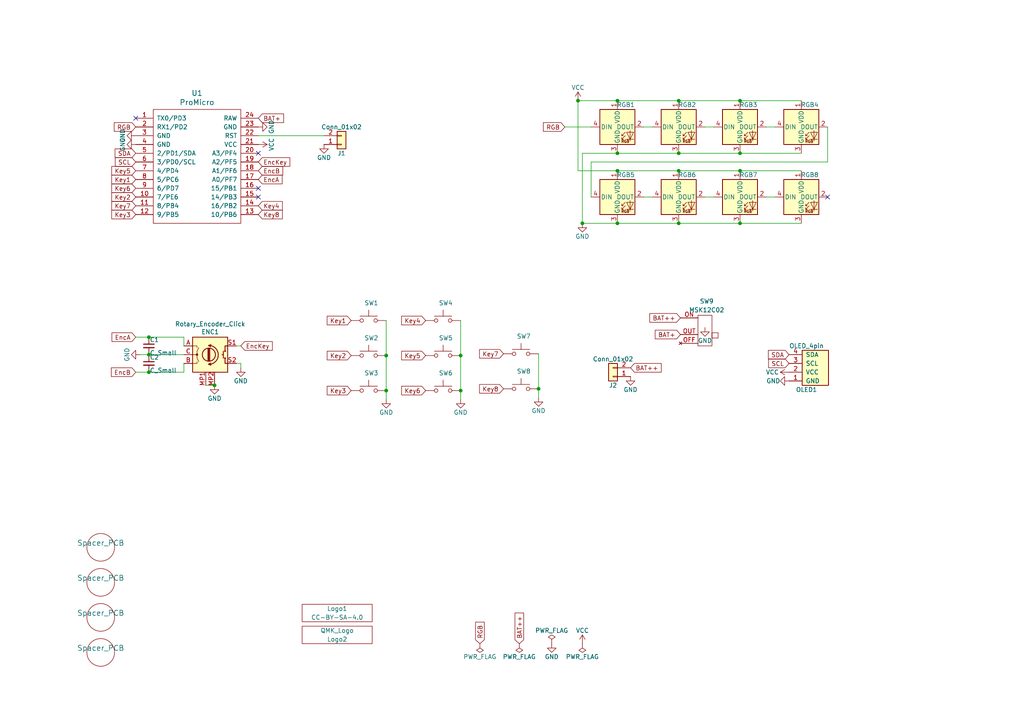
<source format=kicad_sch>
(kicad_sch (version 20211123) (generator eeschema)
  (paper "A4")
  (title_block (title "Little Big Scroll 8 - PCB") (date "2023-04-05") (rev "v1.0.0") (company "Tweety's Wild Thinking") (comment 1 "Markus Knutsson <markus.knutsson@tweety.se>") (comment 2 "https://github.com/TweetyDaBird") (comment 3 "Licensed under Creative Commons BY-SA 4.0 International"))
  (lib_symbols
    (symbol "Connector_Generic:Conn_01x02" (pin_names (offset 1.016) hide)
      (property "Reference" "J" (at 0 2.54 0))
      (property "Value" "Conn_01x02" (at 0 -5.08 0))
      (symbol "Conn_01x02_1_1"
        (rectangle (start -1.27 -2.413) (end 0 -2.667) (stroke (width 0.1524)))
        (rectangle (start -1.27 0.127) (end 0 -0.127) (stroke (width 0.1524)))
        (rectangle (start -1.27 1.27) (end 1.27 -3.81) (stroke (width 0.254)) (fill (type background)))
        (pin passive line (at -5.08 0 0) (length 3.81) (name "Pin_1") (number "1"))
        (pin passive line (at -5.08 -2.54 0) (length 3.81) (name "Pin_2") (number "2"))
      )
    )
    (symbol "Device:C_Small" (pin_numbers hide) (pin_names (offset 0.254) hide)
      (property "Reference" "C" (at 0.254 1.778 0))
      (property "Value" "C_Small" (at 0.254 -2.032 0))
      (symbol "C_Small_0_1"
        (polyline (pts (xy -1.524 -0.508) (xy 1.524 -0.508)) (stroke (width 0.3302)))
        (polyline (pts (xy -1.524 0.508) (xy 1.524 0.508)) (stroke (width 0.3048)))
      )
      (symbol "C_Small_1_1"
        (pin passive line (at 0 2.54 270) (length 2.032) (name "~") (number "1"))
        (pin passive line (at 0 -2.54 90) (length 2.032) (name "~") (number "2"))
      )
    )
    (symbol "Keyboard Common:MSK12C02" (pin_names (offset 0) hide)
      (property "Reference" "SW" (at 0 7.62 0))
      (property "Value" "MSK12C02" (at 0 5.08 0))
      (symbol "MSK12C02_0_1"
        (rectangle (start -3.302 -1.524) (end -1.524 -3.048))
        (rectangle (start -1.524 3.556) (end 2.54 -5.334))
      )
      (symbol "MSK12C02_1_1"
        (pin power_in line (at 0.508 0 90) (length 2.54) hide (name "GND") (number "MP"))
        (pin no_connect line (at 7.62 -4.572 180) (length 5.08) (name "OFF") (number "OFF"))
        (pin power_in line (at 7.62 2.794 180) (length 5.08) (name "ON") (number "ON"))
        (pin power_out line (at 7.62 -2.032 180) (length 5.08) (name "OUT") (number "OUT"))
      )
    )
    (symbol "Keyboard Common:OLED_4pin" (pin_names (offset 1.016))
      (property "Reference" "OLED" (at 0 5.08 0))
      (property "Value" "OLED_4pin" (at 0 -7.62 0))
      (symbol "OLED_4pin_1_1"
        (rectangle (start -1.27 3.81) (end 6.35 -6.35) (stroke (width 0.254)) (fill (type background)))
        (pin passive line (at -5.08 2.54 0) (length 3.81) (name "GND") (number "1"))
        (pin passive line (at -5.08 0 0) (length 3.81) (name "VCC") (number "2"))
        (pin passive line (at -5.08 -2.54 0) (length 3.81) (name "SCL") (number "3"))
        (pin passive line (at -5.08 -5.08 0) (length 3.81) (name "SDA") (number "4"))
      )
    )
    (symbol "Keyboard Common:SK6812MINI-E" (pin_names (offset 0.254))
      (property "Reference" "RGB" (at 5.08 5.715 0))
      (symbol "SK6812MINI-E_0_0"
        (text "RGB" (at 2.286 -4.191 0) (effects (font (size 0.762 0.762))))
      )
      (symbol "SK6812MINI-E_0_1"
        (polyline (pts (xy 1.27 -3.556) (xy 1.778 -3.556)))
        (polyline (pts (xy 1.27 -2.54) (xy 1.778 -2.54)))
        (polyline (pts (xy 4.699 -3.556) (xy 2.667 -3.556)))
        (polyline (pts (xy 2.286 -2.54) (xy 1.27 -3.556) (xy 1.27 -3.048)))
        (polyline (pts (xy 2.286 -1.524) (xy 1.27 -2.54) (xy 1.27 -2.032)))
        (polyline (pts (xy 3.683 -1.016) (xy 3.683 -3.556) (xy 3.683 -4.064)))
        (polyline (pts (xy 4.699 -1.524) (xy 2.667 -1.524) (xy 3.683 -3.556) (xy 4.699 -1.524)))
        (rectangle (start 5.08 5.08) (end -5.08 -5.08) (stroke (width 0.254)) (fill (type background)))
      )
      (symbol "SK6812MINI-E_1_1"
        (pin power_in line (at 0 7.62 270) (length 2.54) (name "VDD") (number "1"))
        (pin output line (at 7.62 0 180) (length 2.54) (name "DOUT") (number "2"))
        (pin power_in line (at 0 -7.62 90) (length 2.54) (name "GND") (number "3"))
        (pin input line (at -7.62 0 0) (length 2.54) (name "DIN") (number "4"))
      )
    )
    (symbol "Keyboard Controllers:ProMicro" (pin_names (offset 1.016))
      (property "Reference" "U1" (at 0 21.2598 0))
      (property "Value" "ProMicro" (at 0 18.5674 0))
      (symbol "ProMicro_0_1"
        (rectangle (start -12.7 -16.51) (end 12.7 16.51))
      )
      (symbol "ProMicro_1_1"
        (pin input line (at -17.78 13.97 0) (length 5.08) (name "TX0/PD3") (number "1"))
        (pin input line (at -17.78 -8.89 0) (length 5.08) (name "7/PE6") (number "10"))
        (pin input line (at -17.78 -11.43 0) (length 5.08) (name "8/PB4") (number "11"))
        (pin input line (at -17.78 -13.97 0) (length 5.08) (name "9/PB5") (number "12"))
        (pin input line (at 17.78 -13.97 180) (length 5.08) (name "10/PB6") (number "13"))
        (pin input line (at 17.78 -11.43 180) (length 5.08) (name "16/PB2") (number "14"))
        (pin input line (at 17.78 -8.89 180) (length 5.08) (name "14/PB3") (number "15"))
        (pin input line (at 17.78 -6.35 180) (length 5.08) (name "15/PB1") (number "16"))
        (pin input line (at 17.78 -3.81 180) (length 5.08) (name "A0/PF7") (number "17"))
        (pin input line (at 17.78 -1.27 180) (length 5.08) (name "A1/PF6") (number "18"))
        (pin input line (at 17.78 1.27 180) (length 5.08) (name "A2/PF5") (number "19"))
        (pin input line (at -17.78 11.43 0) (length 5.08) (name "RX1/PD2") (number "2"))
        (pin input line (at 17.78 3.81 180) (length 5.08) (name "A3/PF4") (number "20"))
        (pin input line (at 17.78 6.35 180) (length 5.08) (name "VCC") (number "21"))
        (pin input line (at 17.78 8.89 180) (length 5.08) (name "RST") (number "22"))
        (pin input line (at 17.78 11.43 180) (length 5.08) (name "GND") (number "23"))
        (pin input line (at 17.78 13.97 180) (length 5.08) (name "RAW") (number "24"))
        (pin input line (at -17.78 8.89 0) (length 5.08) (name "GND") (number "3"))
        (pin input line (at -17.78 6.35 0) (length 5.08) (name "GND") (number "4"))
        (pin input line (at -17.78 3.81 0) (length 5.08) (name "2/PD1/SDA") (number "5"))
        (pin input line (at -17.78 1.27 0) (length 5.08) (name "3/PD0/SCL") (number "6"))
        (pin input line (at -17.78 -1.27 0) (length 5.08) (name "4/PD4") (number "7"))
        (pin input line (at -17.78 -3.81 0) (length 5.08) (name "5/PC6") (number "8"))
        (pin input line (at -17.78 -6.35 0) (length 5.08) (name "6/PD7") (number "9"))
      )
    )
    (symbol "Keyboard Switches:Rotary_Encoder_Click" (pin_names (offset 0.254) hide)
      (property "Reference" "ENC" (at 0 6.604 0))
      (property "Value" "Rotary_Encoder_Click" (at 0 8.89 0))
      (symbol "Rotary_Encoder_Click_0_1"
        (rectangle (start -5.08 5.08) (end 5.08 -5.08) (stroke (width 0.254)) (fill (type background)))
        (circle (center -3.81 0) (radius 0.254) (fill (type outline)))
        (arc (start -0.381 -2.794) (mid 2.3622 -0.0508) (end -0.381 2.667) (stroke (width 0.254)))
        (circle (center -0.381 0) (radius 1.905) (stroke (width 0.254)))
        (polyline (pts (xy -0.635 -1.778) (xy -0.635 1.778)) (stroke (width 0.254)))
        (polyline (pts (xy -0.381 -1.778) (xy -0.381 1.778)) (stroke (width 0.254)))
        (polyline (pts (xy -0.127 1.778) (xy -0.127 -1.778)) (stroke (width 0.254)))
        (polyline (pts (xy 3.81 0) (xy 3.429 0)) (stroke (width 0.254)))
        (polyline (pts (xy 3.81 1.016) (xy 3.81 -1.016)) (stroke (width 0.254)))
        (polyline (pts (xy -5.08 -2.54) (xy -3.81 -2.54) (xy -3.81 -2.032)))
        (polyline (pts (xy -5.08 2.54) (xy -3.81 2.54) (xy -3.81 2.032)))
        (polyline (pts (xy 0.254 -3.048) (xy -0.508 -2.794) (xy 0.127 -2.413)) (stroke (width 0.254)))
        (polyline (pts (xy 0.254 2.921) (xy -0.508 2.667) (xy 0.127 2.286)) (stroke (width 0.254)))
        (polyline (pts (xy 5.08 -2.54) (xy 4.318 -2.54) (xy 4.318 -1.016)) (stroke (width 0.254)))
        (polyline (pts (xy 5.08 2.54) (xy 4.318 2.54) (xy 4.318 1.016)) (stroke (width 0.254)))
        (polyline (pts (xy -5.08 0) (xy -3.81 0) (xy -3.81 -1.016) (xy -3.302 -2.032)))
        (polyline (pts (xy -4.318 0) (xy -3.81 0) (xy -3.81 1.016) (xy -3.302 2.032)))
        (circle (center 4.318 -1.016) (radius 0.127) (stroke (width 0.254)))
        (circle (center 4.318 1.016) (radius 0.127) (stroke (width 0.254)))
      )
      (symbol "Rotary_Encoder_Click_1_1"
        (pin passive line (at -7.62 2.54 0) (length 2.54) (name "A") (number "A"))
        (pin passive line (at -7.62 -2.54 0) (length 2.54) (name "B") (number "B"))
        (pin passive line (at -7.62 0 0) (length 2.54) (name "C") (number "C"))
        (pin power_in line (at -1.27 -8.89 90) (length 3.7084) (name "GND") (number "MP1"))
        (pin power_in line (at 1.27 -8.89 90) (length 3.7592) (name "GND") (number "MP2"))
        (pin passive line (at 7.62 2.54 180) (length 2.54) (name "S1") (number "S1"))
        (pin passive line (at 7.62 -2.54 180) (length 2.54) (name "S2") (number "S2"))
      )
    )
    (symbol "Keyboard Switches:SW_MX_HotSwap" (pin_numbers hide) (pin_names (offset 1.016) hide)
      (property "Reference" "SW" (at -1.27 5.08 0))
      (symbol "SW_MX_HotSwap_0_1"
        (circle (center -2.032 0) (radius 0.508))
        (polyline (pts (xy 0 1.27) (xy 0 3.048)))
        (polyline (pts (xy 2.54 1.27) (xy -2.54 1.27)))
        (circle (center 2.032 0) (radius 0.508))
        (pin passive line (at -5.08 0 0) (length 2.54) (name "1") (number "1"))
        (pin passive line (at 5.08 0 180) (length 2.54) (name "2") (number "2"))
      )
    )
    (symbol "Keyboard_Plate:Spacer_PCB" (pin_names (offset 1.016))
      (property "Value" "Spacer_PCB" (at 0 1.27 0))
      (symbol "Spacer_PCB_0_1"
        (circle (center 0 0) (radius 4.0132))
      )
    )
    (symbol "Logotypes:CC-BY-SA-4.0" (pin_names (offset 1.016)) (in_bom no)
      (property "Reference" "Logo" (at 0 1.27 0))
      (property "Value" "CC-BY-SA-4.0" (at 0 -1.27 0))
      (symbol "CC-BY-SA-4.0_0_1"
        (rectangle (start -10.16 2.54) (end 10.16 -2.54))
      )
    )
    (symbol "Logotypes:QMK_Logo" (pin_numbers hide) (pin_names (offset 0) hide) (in_bom no)
      (property "Reference" "Logo" (at 0 0 0))
      (property "Value" "QMK_Logo" (at 0 2.54 0))
      (symbol "QMK_Logo_0_1"
        (rectangle (start -10.16 3.81) (end 10.16 -1.27))
      )
    )
    (symbol "SK6812MINI-E_1" (pin_names (offset 0.254))
      (property "Reference" "RGB" (at 5.08 5.715 0))
      (symbol "SK6812MINI-E_1_0_0"
        (text "RGB" (at 2.286 -4.191 0) (effects (font (size 0.762 0.762))))
      )
      (symbol "SK6812MINI-E_1_0_1"
        (polyline (pts (xy 1.27 -3.556) (xy 1.778 -3.556)))
        (polyline (pts (xy 1.27 -2.54) (xy 1.778 -2.54)))
        (polyline (pts (xy 4.699 -3.556) (xy 2.667 -3.556)))
        (polyline (pts (xy 2.286 -2.54) (xy 1.27 -3.556) (xy 1.27 -3.048)))
        (polyline (pts (xy 2.286 -1.524) (xy 1.27 -2.54) (xy 1.27 -2.032)))
        (polyline (pts (xy 3.683 -1.016) (xy 3.683 -3.556) (xy 3.683 -4.064)))
        (polyline (pts (xy 4.699 -1.524) (xy 2.667 -1.524) (xy 3.683 -3.556) (xy 4.699 -1.524)))
        (rectangle (start 5.08 5.08) (end -5.08 -5.08) (stroke (width 0.254)) (fill (type background)))
      )
      (symbol "SK6812MINI-E_1_1_1"
        (pin power_in line (at 0 7.62 270) (length 2.54) (name "VDD") (number "1"))
        (pin output line (at 7.62 0 180) (length 2.54) (name "DOUT") (number "2"))
        (pin power_in line (at 0 -7.62 90) (length 2.54) (name "GND") (number "3"))
        (pin input line (at -7.62 0 0) (length 2.54) (name "DIN") (number "4"))
      )
    )
    (symbol "SK6812MINI-E_2" (pin_names (offset 0.254))
      (property "Reference" "RGB" (at 5.08 5.715 0))
      (symbol "SK6812MINI-E_2_0_0"
        (text "RGB" (at 2.286 -4.191 0) (effects (font (size 0.762 0.762))))
      )
      (symbol "SK6812MINI-E_2_0_1"
        (polyline (pts (xy 1.27 -3.556) (xy 1.778 -3.556)))
        (polyline (pts (xy 1.27 -2.54) (xy 1.778 -2.54)))
        (polyline (pts (xy 4.699 -3.556) (xy 2.667 -3.556)))
        (polyline (pts (xy 2.286 -2.54) (xy 1.27 -3.556) (xy 1.27 -3.048)))
        (polyline (pts (xy 2.286 -1.524) (xy 1.27 -2.54) (xy 1.27 -2.032)))
        (polyline (pts (xy 3.683 -1.016) (xy 3.683 -3.556) (xy 3.683 -4.064)))
        (polyline (pts (xy 4.699 -1.524) (xy 2.667 -1.524) (xy 3.683 -3.556) (xy 4.699 -1.524)))
        (rectangle (start 5.08 5.08) (end -5.08 -5.08) (stroke (width 0.254)) (fill (type background)))
      )
      (symbol "SK6812MINI-E_2_1_1"
        (pin power_in line (at 0 7.62 270) (length 2.54) (name "VDD") (number "1"))
        (pin output line (at 7.62 0 180) (length 2.54) (name "DOUT") (number "2"))
        (pin power_in line (at 0 -7.62 90) (length 2.54) (name "GND") (number "3"))
        (pin input line (at -7.62 0 0) (length 2.54) (name "DIN") (number "4"))
      )
    )
    (symbol "SK6812MINI-E_3" (pin_names (offset 0.254))
      (property "Reference" "RGB" (at 5.08 5.715 0))
      (symbol "SK6812MINI-E_3_0_0"
        (text "RGB" (at 2.286 -4.191 0) (effects (font (size 0.762 0.762))))
      )
      (symbol "SK6812MINI-E_3_0_1"
        (polyline (pts (xy 1.27 -3.556) (xy 1.778 -3.556)))
        (polyline (pts (xy 1.27 -2.54) (xy 1.778 -2.54)))
        (polyline (pts (xy 4.699 -3.556) (xy 2.667 -3.556)))
        (polyline (pts (xy 2.286 -2.54) (xy 1.27 -3.556) (xy 1.27 -3.048)))
        (polyline (pts (xy 2.286 -1.524) (xy 1.27 -2.54) (xy 1.27 -2.032)))
        (polyline (pts (xy 3.683 -1.016) (xy 3.683 -3.556) (xy 3.683 -4.064)))
        (polyline (pts (xy 4.699 -1.524) (xy 2.667 -1.524) (xy 3.683 -3.556) (xy 4.699 -1.524)))
        (rectangle (start 5.08 5.08) (end -5.08 -5.08) (stroke (width 0.254)) (fill (type background)))
      )
      (symbol "SK6812MINI-E_3_1_1"
        (pin power_in line (at 0 7.62 270) (length 2.54) (name "VDD") (number "1"))
        (pin output line (at 7.62 0 180) (length 2.54) (name "DOUT") (number "2"))
        (pin power_in line (at 0 -7.62 90) (length 2.54) (name "GND") (number "3"))
        (pin input line (at -7.62 0 0) (length 2.54) (name "DIN") (number "4"))
      )
    )
    (symbol "SK6812MINI-E_4" (pin_names (offset 0.254))
      (property "Reference" "RGB" (at 5.08 5.715 0))
      (symbol "SK6812MINI-E_4_0_0"
        (text "RGB" (at 2.286 -4.191 0) (effects (font (size 0.762 0.762))))
      )
      (symbol "SK6812MINI-E_4_0_1"
        (polyline (pts (xy 1.27 -3.556) (xy 1.778 -3.556)))
        (polyline (pts (xy 1.27 -2.54) (xy 1.778 -2.54)))
        (polyline (pts (xy 4.699 -3.556) (xy 2.667 -3.556)))
        (polyline (pts (xy 2.286 -2.54) (xy 1.27 -3.556) (xy 1.27 -3.048)))
        (polyline (pts (xy 2.286 -1.524) (xy 1.27 -2.54) (xy 1.27 -2.032)))
        (polyline (pts (xy 3.683 -1.016) (xy 3.683 -3.556) (xy 3.683 -4.064)))
        (polyline (pts (xy 4.699 -1.524) (xy 2.667 -1.524) (xy 3.683 -3.556) (xy 4.699 -1.524)))
        (rectangle (start 5.08 5.08) (end -5.08 -5.08) (stroke (width 0.254)) (fill (type background)))
      )
      (symbol "SK6812MINI-E_4_1_1"
        (pin power_in line (at 0 7.62 270) (length 2.54) (name "VDD") (number "1"))
        (pin output line (at 7.62 0 180) (length 2.54) (name "DOUT") (number "2"))
        (pin power_in line (at 0 -7.62 90) (length 2.54) (name "GND") (number "3"))
        (pin input line (at -7.62 0 0) (length 2.54) (name "DIN") (number "4"))
      )
    )
    (symbol "SK6812MINI-E_5" (pin_names (offset 0.254))
      (property "Reference" "RGB" (at 5.08 5.715 0))
      (symbol "SK6812MINI-E_5_0_0"
        (text "RGB" (at 2.286 -4.191 0) (effects (font (size 0.762 0.762))))
      )
      (symbol "SK6812MINI-E_5_0_1"
        (polyline (pts (xy 1.27 -3.556) (xy 1.778 -3.556)))
        (polyline (pts (xy 1.27 -2.54) (xy 1.778 -2.54)))
        (polyline (pts (xy 4.699 -3.556) (xy 2.667 -3.556)))
        (polyline (pts (xy 2.286 -2.54) (xy 1.27 -3.556) (xy 1.27 -3.048)))
        (polyline (pts (xy 2.286 -1.524) (xy 1.27 -2.54) (xy 1.27 -2.032)))
        (polyline (pts (xy 3.683 -1.016) (xy 3.683 -3.556) (xy 3.683 -4.064)))
        (polyline (pts (xy 4.699 -1.524) (xy 2.667 -1.524) (xy 3.683 -3.556) (xy 4.699 -1.524)))
        (rectangle (start 5.08 5.08) (end -5.08 -5.08) (stroke (width 0.254)) (fill (type background)))
      )
      (symbol "SK6812MINI-E_5_1_1"
        (pin power_in line (at 0 7.62 270) (length 2.54) (name "VDD") (number "1"))
        (pin output line (at 7.62 0 180) (length 2.54) (name "DOUT") (number "2"))
        (pin power_in line (at 0 -7.62 90) (length 2.54) (name "GND") (number "3"))
        (pin input line (at -7.62 0 0) (length 2.54) (name "DIN") (number "4"))
      )
    )
    (symbol "SK6812MINI-E_6" (pin_names (offset 0.254))
      (property "Reference" "RGB" (at 5.08 5.715 0))
      (symbol "SK6812MINI-E_6_0_0"
        (text "RGB" (at 2.286 -4.191 0) (effects (font (size 0.762 0.762))))
      )
      (symbol "SK6812MINI-E_6_0_1"
        (polyline (pts (xy 1.27 -3.556) (xy 1.778 -3.556)))
        (polyline (pts (xy 1.27 -2.54) (xy 1.778 -2.54)))
        (polyline (pts (xy 4.699 -3.556) (xy 2.667 -3.556)))
        (polyline (pts (xy 2.286 -2.54) (xy 1.27 -3.556) (xy 1.27 -3.048)))
        (polyline (pts (xy 2.286 -1.524) (xy 1.27 -2.54) (xy 1.27 -2.032)))
        (polyline (pts (xy 3.683 -1.016) (xy 3.683 -3.556) (xy 3.683 -4.064)))
        (polyline (pts (xy 4.699 -1.524) (xy 2.667 -1.524) (xy 3.683 -3.556) (xy 4.699 -1.524)))
        (rectangle (start 5.08 5.08) (end -5.08 -5.08) (stroke (width 0.254)) (fill (type background)))
      )
      (symbol "SK6812MINI-E_6_1_1"
        (pin power_in line (at 0 7.62 270) (length 2.54) (name "VDD") (number "1"))
        (pin output line (at 7.62 0 180) (length 2.54) (name "DOUT") (number "2"))
        (pin power_in line (at 0 -7.62 90) (length 2.54) (name "GND") (number "3"))
        (pin input line (at -7.62 0 0) (length 2.54) (name "DIN") (number "4"))
      )
    )
    (symbol "SK6812MINI-E_7" (pin_names (offset 0.254))
      (property "Reference" "RGB" (at 5.08 5.715 0))
      (symbol "SK6812MINI-E_7_0_0"
        (text "RGB" (at 2.286 -4.191 0) (effects (font (size 0.762 0.762))))
      )
      (symbol "SK6812MINI-E_7_0_1"
        (polyline (pts (xy 1.27 -3.556) (xy 1.778 -3.556)))
        (polyline (pts (xy 1.27 -2.54) (xy 1.778 -2.54)))
        (polyline (pts (xy 4.699 -3.556) (xy 2.667 -3.556)))
        (polyline (pts (xy 2.286 -2.54) (xy 1.27 -3.556) (xy 1.27 -3.048)))
        (polyline (pts (xy 2.286 -1.524) (xy 1.27 -2.54) (xy 1.27 -2.032)))
        (polyline (pts (xy 3.683 -1.016) (xy 3.683 -3.556) (xy 3.683 -4.064)))
        (polyline (pts (xy 4.699 -1.524) (xy 2.667 -1.524) (xy 3.683 -3.556) (xy 4.699 -1.524)))
        (rectangle (start 5.08 5.08) (end -5.08 -5.08) (stroke (width 0.254)) (fill (type background)))
      )
      (symbol "SK6812MINI-E_7_1_1"
        (pin power_in line (at 0 7.62 270) (length 2.54) (name "VDD") (number "1"))
        (pin output line (at 7.62 0 180) (length 2.54) (name "DOUT") (number "2"))
        (pin power_in line (at 0 -7.62 90) (length 2.54) (name "GND") (number "3"))
        (pin input line (at -7.62 0 0) (length 2.54) (name "DIN") (number "4"))
      )
    )
    (symbol "SW_MX_HotSwap_1" (pin_numbers hide) (pin_names (offset 1.016) hide)
      (property "Reference" "SW" (at -1.27 5.08 0))
      (symbol "SW_MX_HotSwap_1_0_1"
        (circle (center -2.032 0) (radius 0.508))
        (polyline (pts (xy 0 1.27) (xy 0 3.048)))
        (polyline (pts (xy 2.54 1.27) (xy -2.54 1.27)))
        (circle (center 2.032 0) (radius 0.508))
        (pin passive line (at -5.08 0 0) (length 2.54) (name "1") (number "1"))
        (pin passive line (at 5.08 0 180) (length 2.54) (name "2") (number "2"))
      )
    )
    (symbol "SW_MX_HotSwap_2" (pin_numbers hide) (pin_names (offset 1.016) hide)
      (property "Reference" "SW" (at -1.27 5.08 0))
      (symbol "SW_MX_HotSwap_2_0_1"
        (circle (center -2.032 0) (radius 0.508))
        (polyline (pts (xy 0 1.27) (xy 0 3.048)))
        (polyline (pts (xy 2.54 1.27) (xy -2.54 1.27)))
        (circle (center 2.032 0) (radius 0.508))
        (pin passive line (at -5.08 0 0) (length 2.54) (name "1") (number "1"))
        (pin passive line (at 5.08 0 180) (length 2.54) (name "2") (number "2"))
      )
    )
    (symbol "SW_MX_HotSwap_3" (pin_numbers hide) (pin_names (offset 1.016) hide)
      (property "Reference" "SW" (at -1.27 5.08 0))
      (symbol "SW_MX_HotSwap_3_0_1"
        (circle (center -2.032 0) (radius 0.508))
        (polyline (pts (xy 0 1.27) (xy 0 3.048)))
        (polyline (pts (xy 2.54 1.27) (xy -2.54 1.27)))
        (circle (center 2.032 0) (radius 0.508))
        (pin passive line (at -5.08 0 0) (length 2.54) (name "1") (number "1"))
        (pin passive line (at 5.08 0 180) (length 2.54) (name "2") (number "2"))
      )
    )
    (symbol "SW_MX_HotSwap_4" (pin_numbers hide) (pin_names (offset 1.016) hide)
      (property "Reference" "SW" (at -1.27 5.08 0))
      (symbol "SW_MX_HotSwap_4_0_1"
        (circle (center -2.032 0) (radius 0.508))
        (polyline (pts (xy 0 1.27) (xy 0 3.048)))
        (polyline (pts (xy 2.54 1.27) (xy -2.54 1.27)))
        (circle (center 2.032 0) (radius 0.508))
        (pin passive line (at -5.08 0 0) (length 2.54) (name "1") (number "1"))
        (pin passive line (at 5.08 0 180) (length 2.54) (name "2") (number "2"))
      )
    )
    (symbol "SW_MX_HotSwap_5" (pin_numbers hide) (pin_names (offset 1.016) hide)
      (property "Reference" "SW" (at -1.27 5.08 0))
      (symbol "SW_MX_HotSwap_5_0_1"
        (circle (center -2.032 0) (radius 0.508))
        (polyline (pts (xy 0 1.27) (xy 0 3.048)))
        (polyline (pts (xy 2.54 1.27) (xy -2.54 1.27)))
        (circle (center 2.032 0) (radius 0.508))
        (pin passive line (at -5.08 0 0) (length 2.54) (name "1") (number "1"))
        (pin passive line (at 5.08 0 180) (length 2.54) (name "2") (number "2"))
      )
    )
    (symbol "SW_MX_HotSwap_6" (pin_numbers hide) (pin_names (offset 1.016) hide)
      (property "Reference" "SW" (at -1.27 5.08 0))
      (symbol "SW_MX_HotSwap_6_0_1"
        (circle (center -2.032 0) (radius 0.508))
        (polyline (pts (xy 0 1.27) (xy 0 3.048)))
        (polyline (pts (xy 2.54 1.27) (xy -2.54 1.27)))
        (circle (center 2.032 0) (radius 0.508))
        (pin passive line (at -5.08 0 0) (length 2.54) (name "1") (number "1"))
        (pin passive line (at 5.08 0 180) (length 2.54) (name "2") (number "2"))
      )
    )
    (symbol "SW_MX_HotSwap_7" (pin_numbers hide) (pin_names (offset 1.016) hide)
      (property "Reference" "SW" (at -1.27 5.08 0))
      (symbol "SW_MX_HotSwap_7_0_1"
        (circle (center -2.032 0) (radius 0.508))
        (polyline (pts (xy 0 1.27) (xy 0 3.048)))
        (polyline (pts (xy 2.54 1.27) (xy -2.54 1.27)))
        (circle (center 2.032 0) (radius 0.508))
        (pin passive line (at -5.08 0 0) (length 2.54) (name "1") (number "1"))
        (pin passive line (at 5.08 0 180) (length 2.54) (name "2") (number "2"))
      )
    )
    (symbol "Spacer_PCB_1" (pin_names (offset 1.016))
      (property "Value" "Spacer_PCB_1" (at 0 1.27 0))
      (symbol "Spacer_PCB_1_0_1"
        (circle (center 0 0) (radius 4.0132))
      )
    )
    (symbol "Spacer_PCB_2" (pin_names (offset 1.016))
      (property "Value" "Spacer_PCB_2" (at 0 1.27 0))
      (symbol "Spacer_PCB_2_0_1"
        (circle (center 0 0) (radius 4.0132))
      )
    )
    (symbol "Spacer_PCB_3" (pin_names (offset 1.016))
      (property "Value" "Spacer_PCB_3" (at 0 1.27 0))
      (symbol "Spacer_PCB_3_0_1"
        (circle (center 0 0) (radius 4.0132))
      )
    )
    (symbol "power:GND" (power) (pin_names (offset 0))
      (property "Value" "GND" (at 0 -3.81 0))
      (symbol "GND_0_1"
        (polyline (pts (xy 0 0) (xy 0 -1.27) (xy 1.27 -1.27) (xy 0 -2.54) (xy -1.27 -1.27) (xy 0 -1.27)))
      )
      (symbol "GND_1_1"
        (pin power_in line (at 0 0 270) (length 0) hide (name "GND") (number "1"))
      )
    )
    (symbol "power:PWR_FLAG" (power) (pin_numbers hide) (pin_names (offset 0) hide)
      (property "Value" "PWR_FLAG" (at 0 3.81 0))
      (symbol "PWR_FLAG_0_0"
        (pin power_out line (at 0 0 90) (length 0) (name "pwr") (number "1"))
      )
      (symbol "PWR_FLAG_0_1"
        (polyline (pts (xy 0 0) (xy 0 1.27) (xy -1.016 1.905) (xy 0 2.54) (xy 1.016 1.905) (xy 0 1.27)))
      )
    )
    (symbol "power:VCC" (power) (pin_names (offset 0))
      (property "Value" "VCC" (at 0 3.81 0))
      (symbol "VCC_0_1"
        (polyline (pts (xy -0.762 1.27) (xy 0 2.54)))
        (polyline (pts (xy 0 0) (xy 0 2.54)))
        (polyline (pts (xy 0 2.54) (xy 0.762 1.27)))
      )
      (symbol "VCC_1_1"
        (pin power_in line (at 0 0 90) (length 0) hide (name "VCC") (number "1"))
      )
    )
  )
  (junction (at 156.21 112.776))
  (junction (at 214.63 49.53))
  (junction (at 112.014 113.284))
  (junction (at 196.85 29.21))
  (junction (at 214.63 44.45))
  (junction (at 179.07 64.77))
  (junction (at 214.63 64.77))
  (junction (at 196.85 64.77))
  (junction (at 43.18 97.79))
  (junction (at 133.604 113.284))
  (junction (at 62.23 111.76))
  (junction (at 179.07 44.45))
  (junction (at 43.18 102.87))
  (junction (at 133.604 103.124))
  (junction (at 43.18 107.95))
  (junction (at 196.85 44.45))
  (junction (at 179.07 49.53))
  (junction (at 196.85 49.53))
  (junction (at 167.64 29.21))
  (junction (at 112.014 103.124))
  (junction (at 179.07 29.21))
  (junction (at 168.91 64.77))
  (junction (at 214.63 29.21))
  (no_connect (at 39.37 34.29))
  (no_connect (at 74.93 44.45))
  (no_connect (at 240.03 57.15))
  (no_connect (at 74.93 54.61))
  (no_connect (at 74.93 57.15))
  (wire (pts (xy 196.85 29.21) (xy 214.63 29.21)))
  (wire (pts (xy 179.07 49.53) (xy 196.85 49.53)))
  (wire (pts (xy 189.23 57.15) (xy 186.69 57.15)))
  (wire (pts (xy 171.45 46.99) (xy 171.45 57.15)))
  (wire (pts (xy 69.85 100.33) (xy 68.58 100.33)))
  (wire (pts (xy 240.03 36.83) (xy 240.03 46.99)))
  (wire (pts (xy 74.93 39.37) (xy 93.98 39.37)))
  (wire (pts (xy 232.41 64.77) (xy 214.63 64.77)))
  (wire (pts (xy 168.91 44.45) (xy 168.91 64.77)))
  (wire (pts (xy 133.604 92.964) (xy 133.604 103.124)))
  (wire (pts (xy 53.34 105.41) (xy 53.34 107.95)))
  (wire (pts (xy 171.45 36.83) (xy 163.83 36.83)))
  (wire (pts (xy 214.63 49.53) (xy 232.41 49.53)))
  (wire (pts (xy 53.34 107.95) (xy 43.18 107.95)))
  (wire (pts (xy 43.18 107.95) (xy 39.37 107.95)))
  (wire (pts (xy 196.85 44.45) (xy 214.63 44.45)))
  (wire (pts (xy 224.79 57.15) (xy 222.25 57.15)))
  (wire (pts (xy 179.07 44.45) (xy 196.85 44.45)))
  (wire (pts (xy 112.014 92.964) (xy 112.014 103.124)))
  (wire (pts (xy 196.85 49.53) (xy 214.63 49.53)))
  (wire (pts (xy 112.014 103.124) (xy 112.014 113.284)))
  (wire (pts (xy 39.37 97.79) (xy 43.18 97.79)))
  (wire (pts (xy 179.07 64.77) (xy 168.91 64.77)))
  (wire (pts (xy 240.03 46.99) (xy 171.45 46.99)))
  (wire (pts (xy 62.23 111.76) (xy 59.69 111.76)))
  (wire (pts (xy 156.21 102.616) (xy 156.21 112.776)))
  (wire (pts (xy 196.85 64.77) (xy 179.07 64.77)))
  (wire (pts (xy 207.01 57.15) (xy 204.47 57.15)))
  (wire (pts (xy 214.63 44.45) (xy 232.41 44.45)))
  (wire (pts (xy 133.604 103.124) (xy 133.604 113.284)))
  (wire (pts (xy 214.63 29.21) (xy 232.41 29.21)))
  (wire (pts (xy 204.47 36.83) (xy 207.01 36.83)))
  (wire (pts (xy 53.34 102.87) (xy 43.18 102.87)))
  (wire (pts (xy 214.63 64.77) (xy 196.85 64.77)))
  (wire (pts (xy 167.64 29.21) (xy 167.64 49.53)))
  (wire (pts (xy 156.21 112.776) (xy 156.21 115.316)))
  (wire (pts (xy 43.18 97.79) (xy 53.34 97.79)))
  (wire (pts (xy 133.604 113.284) (xy 133.604 115.824)))
  (wire (pts (xy 168.91 44.45) (xy 179.07 44.45)))
  (wire (pts (xy 43.18 102.87) (xy 40.64 102.87)))
  (wire (pts (xy 112.014 113.284) (xy 112.014 115.824)))
  (wire (pts (xy 167.64 49.53) (xy 179.07 49.53)))
  (wire (pts (xy 186.69 36.83) (xy 189.23 36.83)))
  (wire (pts (xy 69.85 105.41) (xy 68.58 105.41)))
  (wire (pts (xy 222.25 36.83) (xy 224.79 36.83)))
  (wire (pts (xy 69.85 106.68) (xy 69.85 105.41)))
  (wire (pts (xy 179.07 29.21) (xy 167.64 29.21)))
  (wire (pts (xy 53.34 100.33) (xy 53.34 97.79)))
  (wire (pts (xy 179.07 29.21) (xy 196.85 29.21)))
  (global_label "SCL" (shape input) (at 228.854 105.41 180) (property "Intersheet References" "${INTERSHEET_REFS}" (effects hide)))
  (global_label "Key3" (shape input) (at 101.854 113.284 180) (property "Intersheet References" "${INTERSHEET_REFS}" (effects hide)))
  (global_label "RGB" (shape input) (at 163.83 36.83 180) (property "Intersheet References" "${INTERSHEET_REFS}" (effects hide)))
  (global_label "Key6" (shape input) (at 123.444 113.284 180) (property "Intersheet References" "${INTERSHEET_REFS}" (effects hide)))
  (global_label "Key8" (shape input) (at 74.93 62.23 0) (property "Intersheet References" "${INTERSHEET_REFS}" (effects hide)))
  (global_label "SCL" (shape input) (at 39.37 46.99 180) (property "Intersheet References" "${INTERSHEET_REFS}" (effects hide)))
  (global_label "RGB" (shape input) (at 139.192 186.69 90) (property "Intersheet References" "${INTERSHEET_REFS}" (effects hide)))
  (global_label "Key4" (shape input) (at 74.93 59.69 0) (property "Intersheet References" "${INTERSHEET_REFS}" (effects hide)))
  (global_label "EncA" (shape input) (at 74.93 52.07 0) (property "Intersheet References" "${INTERSHEET_REFS}" (effects hide)))
  (global_label "BAT+" (shape input) (at 74.93 34.29 0) (property "Intersheet References" "${INTERSHEET_REFS}" (effects hide)))
  (global_label "Key1" (shape input) (at 101.854 92.964 180) (property "Intersheet References" "${INTERSHEET_REFS}" (effects hide)))
  (global_label "Key3" (shape input) (at 39.37 62.23 180) (property "Intersheet References" "${INTERSHEET_REFS}" (effects hide)))
  (global_label "EncA" (shape input) (at 39.37 97.79 180) (property "Intersheet References" "${INTERSHEET_REFS}" (effects hide)))
  (global_label "Key1" (shape input) (at 39.37 52.07 180) (property "Intersheet References" "${INTERSHEET_REFS}" (effects hide)))
  (global_label "BAT+" (shape input) (at 197.358 97.028 180) (property "Intersheet References" "${INTERSHEET_REFS}" (effects hide)))
  (global_label "BAT++" (shape input) (at 197.358 92.202 180) (property "Intersheet References" "${INTERSHEET_REFS}" (effects hide)))
  (global_label "EncB" (shape input) (at 39.37 107.95 180) (property "Intersheet References" "${INTERSHEET_REFS}" (effects hide)))
  (global_label "Key2" (shape input) (at 39.37 57.15 180) (property "Intersheet References" "${INTERSHEET_REFS}" (effects hide)))
  (global_label "Key2" (shape input) (at 101.854 103.124 180) (property "Intersheet References" "${INTERSHEET_REFS}" (effects hide)))
  (global_label "EncKey" (shape input) (at 74.93 46.99 0) (property "Intersheet References" "${INTERSHEET_REFS}" (effects hide)))
  (global_label "BAT++" (shape input) (at 182.88 106.68 0) (property "Intersheet References" "${INTERSHEET_REFS}" (effects hide)))
  (global_label "Key8" (shape input) (at 146.05 112.776 180) (property "Intersheet References" "${INTERSHEET_REFS}" (effects hide)))
  (global_label "Key4" (shape input) (at 123.444 92.964 180) (property "Intersheet References" "${INTERSHEET_REFS}" (effects hide)))
  (global_label "Key5" (shape input) (at 123.444 103.124 180) (property "Intersheet References" "${INTERSHEET_REFS}" (effects hide)))
  (global_label "EncKey" (shape input) (at 69.85 100.33 0) (property "Intersheet References" "${INTERSHEET_REFS}" (effects hide)))
  (global_label "RGB" (shape input) (at 39.37 36.83 180) (property "Intersheet References" "${INTERSHEET_REFS}" (effects hide)))
  (global_label "SDA" (shape input) (at 228.854 102.87 180) (property "Intersheet References" "${INTERSHEET_REFS}" (effects hide)))
  (global_label "Key5" (shape input) (at 39.37 49.53 180) (property "Intersheet References" "${INTERSHEET_REFS}" (effects hide)))
  (global_label "Key7" (shape input) (at 39.37 59.69 180) (property "Intersheet References" "${INTERSHEET_REFS}" (effects hide)))
  (global_label "Key6" (shape input) (at 39.37 54.61 180) (property "Intersheet References" "${INTERSHEET_REFS}" (effects hide)))
  (global_label "Key7" (shape input) (at 146.05 102.616 180) (property "Intersheet References" "${INTERSHEET_REFS}" (effects hide)))
  (global_label "SDA" (shape input) (at 39.37 44.45 180) (property "Intersheet References" "${INTERSHEET_REFS}" (effects hide)))
  (global_label "BAT++" (shape input) (at 150.622 186.69 90) (property "Intersheet References" "${INTERSHEET_REFS}" (effects hide)))
  (global_label "EncB" (shape input) (at 74.93 49.53 0) (property "Intersheet References" "${INTERSHEET_REFS}" (effects hide)))
  (symbol (lib_id "Keyboard Controllers:ProMicro") (at 57.15 48.26 0) (unit 1)
    (property "Reference" "U1" (at 57.15 27.0002 0) (effects (font (size 1.524 1.524))))
    (property "Value" "ProMicro" (at 57.15 29.6926 0) (effects (font (size 1.524 1.524))))
    (property "Footprint" "Keyboard Controllers:ArduinoProMicro-BackSide" (effects hide))
  )
  (symbol (lib_id "Keyboard Switches:Rotary_Encoder_Click") (at 60.96 102.87 0) (unit 1)
    (property "Reference" "ENC1" (at 60.96 96.266 0))
    (property "Value" "Rotary_Encoder_Click" (at 60.96 93.98 0))
    (property "Footprint" "Keyboard Encoders:Encoder_Alps_EC11E_Small" (effects hide))
  )
  (symbol (lib_id "power:GND") (at 74.93 36.83 90) (unit 1)
    (property "Reference" "#PWR06" (effects hide))
    (property "Value" "GND" (at 78.74 36.83 0))
  )
  (symbol (lib_id "power:VCC") (at 74.93 41.91 270) (unit 1)
    (property "Reference" "#PWR07" (effects hide))
    (property "Value" "VCC" (at 78.74 41.91 0))
  )
  (symbol (lib_id "power:GND") (at 40.64 102.87 270) (unit 1)
    (property "Reference" "#PWR03" (effects hide))
    (property "Value" "GND" (at 36.83 102.87 0))
  )
  (symbol (lib_id "Device:C_Small") (at 43.18 105.41 0) (unit 1)
    (property "Reference" "C2" (at 43.434 103.632 0) (effects (justify left)))
    (property "Value" "C_Small" (at 43.434 107.442 0) (effects (justify left)))
    (property "Footprint" "Capacitor_THT:C_Axial_L3.8mm_D2.6mm_P7.50mm_Horizontal" (effects hide))
  )
  (symbol (lib_id "power:GND") (at 39.37 41.91 270) (unit 1)
    (property "Reference" "#PWR02" (effects hide))
    (property "Value" "GND" (at 35.56 41.91 0))
  )
  (symbol (lib_id "power:GND") (at 39.37 39.37 270) (unit 1)
    (property "Reference" "#PWR01" (effects hide))
    (property "Value" "GND" (at 35.56 39.37 0))
  )
  (symbol (lib_name "SK6812MINI-E_4") (lib_id "Keyboard Common:SK6812MINI-E") (at 179.07 36.83 0) (unit 1)
    (property "Reference" "RGB1" (at 184.15 31.115 0) (effects (justify right bottom)))
    (property "Value" "SK6812MINI-E" (effects hide))
    (property "Footprint" "Keyboard RGB:RGB_SK6812MINI-E" (effects hide))
    (property "Datasheet" "https://cdn-shop.adafruit.com/product-files/2686/SK6812MINI_REV.01-1-2.pdf" (effects hide))
  )
  (symbol (lib_name "SK6812MINI-E_5") (lib_id "Keyboard Common:SK6812MINI-E") (at 196.85 36.83 0) (unit 1)
    (property "Reference" "RGB2" (at 201.93 31.115 0) (effects (justify right bottom)))
    (property "Value" "SK6812MINI-E" (effects hide))
    (property "Footprint" "Keyboard RGB:RGB_SK6812MINI-E" (effects hide))
    (property "Datasheet" "https://cdn-shop.adafruit.com/product-files/2686/SK6812MINI_REV.01-1-2.pdf" (effects hide))
  )
  (symbol (lib_name "SK6812MINI-E_6") (lib_id "Keyboard Common:SK6812MINI-E") (at 214.63 36.83 0) (unit 1)
    (property "Reference" "RGB3" (at 219.71 31.115 0) (effects (justify right bottom)))
    (property "Value" "SK6812MINI-E" (effects hide))
    (property "Footprint" "Keyboard RGB:RGB_SK6812MINI-E" (effects hide))
    (property "Datasheet" "https://cdn-shop.adafruit.com/product-files/2686/SK6812MINI_REV.01-1-2.pdf" (effects hide))
  )
  (symbol (lib_name "SK6812MINI-E_3") (lib_id "Keyboard Common:SK6812MINI-E") (at 179.07 57.15 0) (unit 1)
    (property "Reference" "RGB5" (at 184.15 51.435 0) (effects (justify right bottom)))
    (property "Value" "SK6812MINI-E" (effects hide))
    (property "Footprint" "Keyboard RGB:RGB_SK6812MINI-E" (effects hide))
    (property "Datasheet" "https://cdn-shop.adafruit.com/product-files/2686/SK6812MINI_REV.01-1-2.pdf" (effects hide))
  )
  (symbol (lib_name "SK6812MINI-E_1") (lib_id "Keyboard Common:SK6812MINI-E") (at 196.85 57.15 0) (unit 1)
    (property "Reference" "RGB6" (at 201.93 51.435 0) (effects (justify right bottom)))
    (property "Value" "SK6812MINI-E" (effects hide))
    (property "Footprint" "Keyboard RGB:RGB_SK6812MINI-E" (effects hide))
    (property "Datasheet" "https://cdn-shop.adafruit.com/product-files/2686/SK6812MINI_REV.01-1-2.pdf" (effects hide))
  )
  (symbol (lib_id "Keyboard Common:SK6812MINI-E") (at 214.63 57.15 0) (unit 1)
    (property "Reference" "RGB7" (at 219.71 51.435 0) (effects (justify right bottom)))
    (property "Value" "SK6812MINI-E" (effects hide))
    (property "Footprint" "Keyboard RGB:RGB_SK6812MINI-E" (effects hide))
    (property "Datasheet" "https://cdn-shop.adafruit.com/product-files/2686/SK6812MINI_REV.01-1-2.pdf" (effects hide))
  )
  (symbol (lib_name "SK6812MINI-E_7") (lib_id "Keyboard Common:SK6812MINI-E") (at 232.41 36.83 0) (unit 1)
    (property "Reference" "RGB4" (at 237.49 31.115 0) (effects (justify right bottom)))
    (property "Value" "SK6812MINI-E" (effects hide))
    (property "Footprint" "Keyboard RGB:RGB_SK6812MINI-E" (effects hide))
    (property "Datasheet" "https://cdn-shop.adafruit.com/product-files/2686/SK6812MINI_REV.01-1-2.pdf" (effects hide))
  )
  (symbol (lib_name "SK6812MINI-E_2") (lib_id "Keyboard Common:SK6812MINI-E") (at 232.41 57.15 0) (unit 1)
    (property "Reference" "RGB8" (at 237.49 51.435 0) (effects (justify right bottom)))
    (property "Value" "SK6812MINI-E" (effects hide))
    (property "Footprint" "Keyboard RGB:RGB_SK6812MINI-E" (effects hide))
    (property "Datasheet" "https://cdn-shop.adafruit.com/product-files/2686/SK6812MINI_REV.01-1-2.pdf" (effects hide))
  )
  (symbol (lib_id "power:VCC") (at 167.64 29.21 0) (unit 1)
    (property "Reference" "#PWR013" (effects hide))
    (property "Value" "VCC" (at 167.64 25.4 0))
  )
  (symbol (lib_id "power:GND") (at 168.91 64.77 0) (unit 1)
    (property "Reference" "#PWR014" (effects hide))
    (property "Value" "GND" (at 168.91 68.58 0))
  )
  (symbol (lib_name "Spacer_PCB_2") (lib_id "Keyboard_Plate:Spacer_PCB") (at 29.21 189.23 0) (unit 1)
    (property "Reference" "H4" (effects hide))
    (property "Value" "Spacer_PCB" (at 29.21 187.96 0) (effects (font (size 1.524 1.524))))
    (property "Footprint" "Keyboard Common:Spacer PCB hole" (effects hide))
  )
  (symbol (lib_name "Spacer_PCB_3") (lib_id "Keyboard_Plate:Spacer_PCB") (at 29.21 168.91 0) (unit 1)
    (property "Reference" "H2" (effects hide))
    (property "Value" "Spacer_PCB" (at 29.21 167.64 0) (effects (font (size 1.524 1.524))))
    (property "Footprint" "Keyboard Common:Spacer PCB hole" (effects hide))
  )
  (symbol (lib_id "Keyboard_Plate:Spacer_PCB") (at 29.21 158.75 0) (unit 1)
    (property "Reference" "H1" (effects hide))
    (property "Value" "Spacer_PCB" (at 29.21 157.48 0) (effects (font (size 1.524 1.524))))
    (property "Footprint" "Keyboard Common:Spacer PCB hole" (effects hide))
  )
  (symbol (lib_name "Spacer_PCB_1") (lib_id "Keyboard_Plate:Spacer_PCB") (at 29.21 179.07 0) (unit 1)
    (property "Reference" "H3" (effects hide))
    (property "Value" "Spacer_PCB" (at 29.21 177.8 0) (effects (font (size 1.524 1.524))))
    (property "Footprint" "Keyboard Common:Spacer PCB hole" (effects hide))
  )
  (symbol (lib_id "power:GND") (at 62.23 111.76 0) (unit 1)
    (property "Reference" "#PWR04" (effects hide))
    (property "Value" "GND" (at 62.23 115.57 0))
  )
  (symbol (lib_id "Device:C_Small") (at 43.18 100.33 0) (unit 1)
    (property "Reference" "C1" (at 43.434 98.552 0) (effects (justify left)))
    (property "Value" "C_Small" (at 43.434 102.362 0) (effects (justify left)))
    (property "Footprint" "Capacitor_THT:C_Axial_L3.8mm_D2.6mm_P7.50mm_Horizontal" (effects hide))
  )
  (symbol (lib_id "power:GND") (at 69.85 106.68 0) (unit 1)
    (property "Reference" "#PWR05" (effects hide))
    (property "Value" "GND" (at 69.85 110.49 0))
  )
  (symbol (lib_id "power:GND") (at 133.604 115.824 0) (unit 1)
    (property "Reference" "#PWR010" (effects hide))
    (property "Value" "GND" (at 133.604 119.634 0))
  )
  (symbol (lib_id "Logotypes:CC-BY-SA-4.0") (at 97.79 177.8 0) (unit 1) (in_bom no)
    (property "Reference" "Logo1" (at 97.79 176.53 0))
    (property "Value" "CC-BY-SA-4.0" (at 97.79 179.07 0))
    (property "Footprint" "Logotypes:CC_BY_SA_40" (effects hide))
  )
  (symbol (lib_name "SW_MX_HotSwap_5") (lib_id "Keyboard Switches:SW_MX_HotSwap") (at 106.934 92.964 0) (unit 1)
    (property "Reference" "SW1" (at 105.664 87.884 0) (effects (justify left)))
    (property "Value" "SW_MX_HotSwap" (effects hide))
    (property "Footprint" "Keyboard Switches:SW_MX_HotSwap" (effects hide))
  )
  (symbol (lib_name "SW_MX_HotSwap_1") (lib_id "Keyboard Switches:SW_MX_HotSwap") (at 106.934 113.284 0) (unit 1)
    (property "Reference" "SW3" (at 105.664 108.204 0) (effects (justify left)))
    (property "Value" "SW_MX_HotSwap" (effects hide))
    (property "Footprint" "Keyboard Switches:SW_MX_HotSwap" (effects hide))
  )
  (symbol (lib_id "Logotypes:QMK_Logo") (at 97.79 185.42 0) (unit 1) (in_bom no)
    (property "Reference" "Logo2" (at 97.79 185.42 0))
    (property "Value" "QMK_Logo" (at 97.79 182.88 0))
    (property "Footprint" "Logotypes:Powered_by_QMK" (effects hide))
  )
  (symbol (lib_id "power:PWR_FLAG") (at 150.622 186.69 180) (unit 1)
    (property "Reference" "#FLG02" (effects hide))
    (property "Value" "PWR_FLAG" (at 150.622 190.5 0))
  )
  (symbol (lib_id "power:GND") (at 228.854 110.49 270) (unit 1)
    (property "Reference" "#PWR019" (effects hide))
    (property "Value" "GND" (at 224.282 110.49 90))
  )
  (symbol (lib_id "power:GND") (at 204.47 94.996 0) (unit 1)
    (property "Reference" "#PWR017" (effects hide))
    (property "Value" "GND" (at 204.47 98.806 0))
  )
  (symbol (lib_id "Keyboard Common:OLED_4pin") (at 233.934 107.95 0) (mirror x) (unit 1)
    (property "Reference" "OLED1" (at 233.934 113.03 0))
    (property "Value" "OLED_4pin" (at 233.934 100.33 0))
    (property "Footprint" "Keyboard Common:SSD1306-0.91-OLED-4pin-128x32" (effects hide))
  )
  (symbol (lib_id "Connector_Generic:Conn_01x02") (at 99.06 41.91 0) (mirror x) (unit 1)
    (property "Reference" "J1" (at 99.06 44.45 0))
    (property "Value" "Conn_01x02" (at 99.06 36.83 0))
    (property "Footprint" "Connector_PinHeader_2.54mm:PinHeader_1x02_P2.54mm_Vertical" (effects hide))
  )
  (symbol (lib_id "power:GND") (at 112.014 115.824 0) (unit 1)
    (property "Reference" "#PWR09" (effects hide))
    (property "Value" "GND" (at 112.014 119.634 0))
  )
  (symbol (lib_name "SW_MX_HotSwap_6") (lib_id "Keyboard Switches:SW_MX_HotSwap") (at 128.524 92.964 0) (unit 1)
    (property "Reference" "SW4" (at 127.254 87.884 0) (effects (justify left)))
    (property "Value" "SW_MX_HotSwap" (effects hide))
    (property "Footprint" "Keyboard Switches:SW_MX_HotSwap" (effects hide))
  )
  (symbol (lib_name "SW_MX_HotSwap_2") (lib_id "Keyboard Switches:SW_MX_HotSwap") (at 106.934 103.124 0) (unit 1)
    (property "Reference" "SW2" (at 105.664 98.044 0) (effects (justify left)))
    (property "Value" "SW_MX_HotSwap" (effects hide))
    (property "Footprint" "Keyboard Switches:SW_MX_HotSwap" (effects hide))
  )
  (symbol (lib_id "power:VCC") (at 228.854 107.95 90) (unit 1)
    (property "Reference" "#PWR018" (effects hide))
    (property "Value" "VCC" (at 224.028 107.95 90))
  )
  (symbol (lib_id "power:GND") (at 156.21 115.316 0) (unit 1)
    (property "Reference" "#PWR011" (effects hide))
    (property "Value" "GND" (at 156.21 119.126 0))
  )
  (symbol (lib_id "Keyboard Common:MSK12C02") (at 204.978 94.996 0) (mirror y) (unit 1)
    (property "Reference" "SW9" (at 204.978 87.376 0))
    (property "Value" "MSK12C02" (at 204.978 89.916 0))
    (property "Footprint" "Keyboard Common:MSK12C02" (effects hide))
  )
  (symbol (lib_id "power:GND") (at 160.02 186.69 0) (unit 1)
    (property "Reference" "#PWR012" (effects hide))
    (property "Value" "GND" (at 160.02 190.5 0))
  )
  (symbol (lib_id "power:VCC") (at 168.91 186.69 0) (unit 1)
    (property "Reference" "#PWR015" (effects hide))
    (property "Value" "VCC" (at 168.91 182.88 0))
  )
  (symbol (lib_id "power:GND") (at 182.88 109.22 0) (unit 1)
    (property "Reference" "#PWR016" (effects hide))
    (property "Value" "GND" (at 182.88 113.03 0))
  )
  (symbol (lib_id "power:PWR_FLAG") (at 168.91 186.69 180) (unit 1)
    (property "Reference" "#FLG04" (effects hide))
    (property "Value" "PWR_FLAG" (at 168.91 190.5 0))
  )
  (symbol (lib_id "power:PWR_FLAG") (at 160.02 186.69 0) (unit 1)
    (property "Reference" "#FLG03" (effects hide))
    (property "Value" "PWR_FLAG" (at 160.02 182.88 0))
  )
  (symbol (lib_name "SW_MX_HotSwap_3") (lib_id "Keyboard Switches:SW_MX_HotSwap") (at 151.13 112.776 0) (unit 1)
    (property "Reference" "SW8" (at 149.86 107.696 0) (effects (justify left)))
    (property "Value" "SW_MX_HotSwap" (effects hide))
    (property "Footprint" "Keyboard Switches:SW_MX_HotSwap" (effects hide))
  )
  (symbol (lib_id "power:PWR_FLAG") (at 139.192 186.69 180) (unit 1)
    (property "Reference" "#FLG01" (effects hide))
    (property "Value" "PWR_FLAG" (at 139.192 190.5 0))
  )
  (symbol (lib_name "SW_MX_HotSwap_4") (lib_id "Keyboard Switches:SW_MX_HotSwap") (at 151.13 102.616 0) (unit 1)
    (property "Reference" "SW7" (at 149.86 97.536 0) (effects (justify left)))
    (property "Value" "SW_MX_HotSwap" (effects hide))
    (property "Footprint" "Keyboard Switches:SW_MX_HotSwap" (effects hide))
  )
  (symbol (lib_id "power:GND") (at 93.98 41.91 0) (unit 1)
    (property "Reference" "#PWR08" (effects hide))
    (property "Value" "GND" (at 93.98 45.72 0))
  )
  (symbol (lib_id "Connector_Generic:Conn_01x02") (at 177.8 109.22 180) (unit 1)
    (property "Reference" "J2" (at 177.8 111.76 0))
    (property "Value" "Conn_01x02" (at 177.8 104.14 0))
    (property "Footprint" "Connector_JST:JST_PH_S2B-PH-K_1x02_P2.00mm_Horizontal" (effects hide))
  )
  (symbol (lib_name "SW_MX_HotSwap_7") (lib_id "Keyboard Switches:SW_MX_HotSwap") (at 128.524 103.124 0) (unit 1)
    (property "Reference" "SW5" (at 127.254 98.044 0) (effects (justify left)))
    (property "Value" "SW_MX_HotSwap" (effects hide))
    (property "Footprint" "Keyboard Switches:SW_MX_HotSwap" (effects hide))
  )
  (symbol (lib_id "Keyboard Switches:SW_MX_HotSwap") (at 128.524 113.284 0) (unit 1)
    (property "Reference" "SW6" (at 127.254 108.204 0) (effects (justify left)))
    (property "Value" "SW_MX_HotSwap" (effects hide))
    (property "Footprint" "Keyboard Switches:SW_MX_HotSwap" (effects hide))
  )
)
</source>
